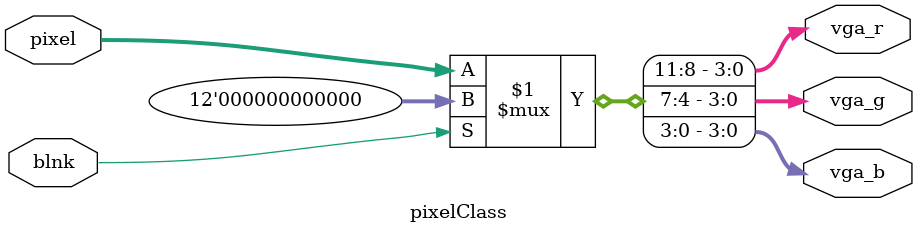
<source format=v>
 
 module VGA_Config 
            #(parameter
            FP_hor = 48,
            S_hor = 112,
            BP_hor = 248,
            Act_hor = 1280,
            Tot_hor = 1688,
            FP_vert = 1,
            S_vert = 3,
            BP_vert = 38,
            Act_vert = 1024,
            Tot_vert = 1066
            )
            (
            input               	CLK104MHZ,
            output 	reg [11:0]    current_x_read,
            output 	reg [10:0]    current_y_read,            
            output  reg          	sVert,
            output  reg          	sHor,
            output  reg          	blnk
            );

    //defining wires for horizontal and vertical sync, blnk and reset - used to define condition for reading screen pixels
    wire 		sHorON,sVertON,
                sHorOFF,sVertOFF,
                rstHor,rstVert,
                blnkHorON,blnkVertON,next_blnkHor,next_blnkVert;
                
    //defining the period where the screen resides in the refactory period between frames
	reg 		blnkVert,blnkHor;
	
    /*
                            |Horizontal Region Size |Vertical Region Size   |
    Front Porch             |           48          |           1           |
    Sync Pulse              |           112         |           3           |
    Back Porch              |           248         |           38          |
    Active Video            |           1280        |           1024        |
    Total Pixels            |           1688        |           1066        |
    */
	
	//minus one on each of these states since first index is zero
	assign 		sHorON = (current_x_read == (FP_hor + Act_hor - 1));	
    assign 		sVertON = rstHor & (current_y_read == (Act_vert + FP_vert -  1));
    
	assign 		sHorOFF = (current_x_read == (Act_hor + FP_hor + S_hor - 1));
	assign 		sVertOFF = rstHor & (current_y_read == (Act_vert + FP_vert + S_vert - 1));
	
	assign 		rstHor = (current_x_read == (Tot_hor - 1));
	assign 		rstVert = rstHor & (current_y_read == (Tot_vert - 1));

	assign 		blnkVertON = rstHor & (current_y_read == (Act_vert - 1));
	assign 		blnkHorON = (current_x_read == (Act_hor - 1));
    assign 		next_blnkVert = rstVert ? 0 : blnkVertON ? 1 : blnkVert;
	assign 		next_blnkHor = rstHor ? 0 : blnkHorON ? 1 : blnkHor;

   
	always @(posedge CLK104MHZ) 
		begin
			//reading within the horizontal region
			current_x_read <= rstHor ? 0 : current_x_read + 1;
			//reading within the vertical region
			current_y_read <= rstHor ? (rstVert ? 0 : current_y_read + 1) : current_y_read;
			
			//horizontal blnking and syncing conditions
			blnkVert <= next_blnkVert;
			blnkHor <= next_blnkHor;
			blnk <= next_blnkVert | (next_blnkHor & ~rstHor);
			sVert <= sVertON ? 0 : sVertOFF ? 1 : sVert;
			sHor <= sHorON ? 0 : sVertOFF ? 1 : sHor;
		end
   
endmodule


module pixelClass(
	input  [11:0]   pixel, 
	input           blnk,
	output [3:0]    vga_r,vga_g,vga_b
    );

    assign {vga_r, vga_g, vga_b} = blnk ? 12'h0 : pixel;
    
endmodule

</source>
